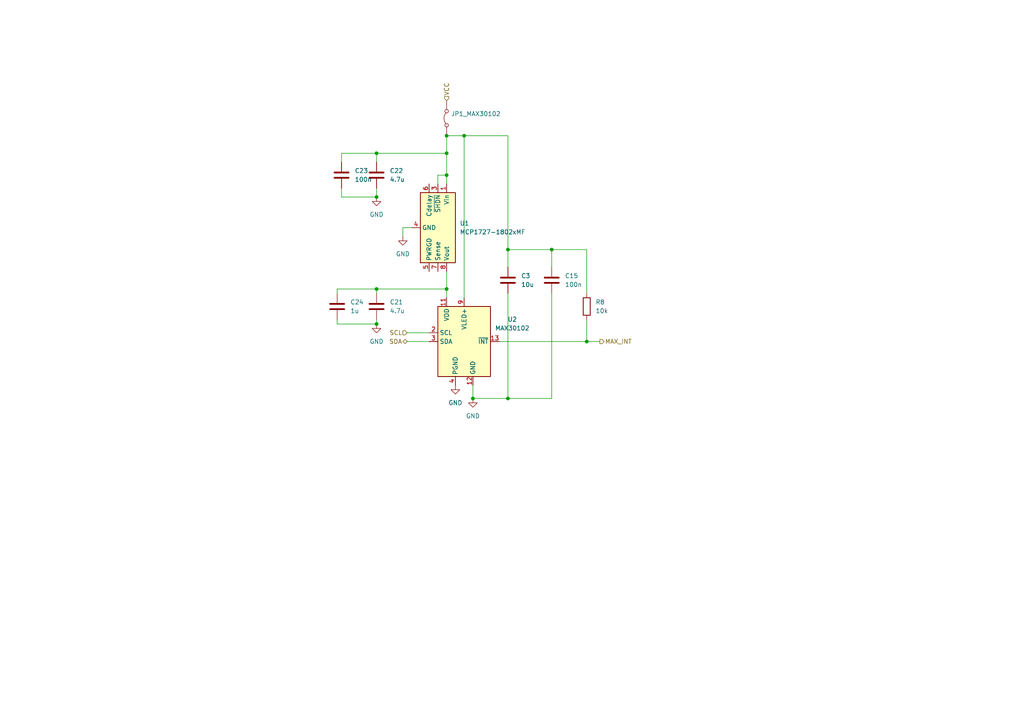
<source format=kicad_sch>
(kicad_sch (version 20250114) (generator "eeschema") (generator_version "9.0")
  (paper "A4")
  (lib_symbols
    (symbol "Device:C" (pin_numbers (hide yes)) (pin_names (offset 0.254))
      (property "Reference" "C" (at 0.635 2.54 0))
      (property "Value" "C" (at 0.635 -2.54 0))
      (symbol "C_0_1"
        (polyline (pts (xy -2.032 0.762) (xy 2.032 0.762)) (stroke (width 0.508)))
        (polyline (pts (xy -2.032 -0.762) (xy 2.032 -0.762)) (stroke (width 0.508)))
      )
      (symbol "C_1_1"
        (pin passive line (at 0 3.81 270) (length 2.794) (name "~") (number "1"))
        (pin passive line (at 0 -3.81 90) (length 2.794) (name "~") (number "2"))
      )
    )
    (symbol "Device:R" (pin_numbers (hide yes)) (pin_names (offset 0))
      (property "Reference" "R" (at 2.032 0 90))
      (property "Value" "R" (at 0 0 90))
      (symbol "R_0_1"
        (rectangle (start -1.016 -2.54) (end 1.016 2.54) (stroke (width 0.254)))
      )
      (symbol "R_1_1"
        (pin passive line (at 0 3.81 270) (length 1.27) (name "~") (number "1"))
        (pin passive line (at 0 -3.81 90) (length 1.27) (name "~") (number "2"))
      )
    )
    (symbol "Jumper:Jumper_2_Bridged" (pin_numbers (hide yes)) (pin_names (offset 0) (hide yes))
      (property "Reference" "JP" (at 0 1.905 0))
      (property "Value" "Jumper_2_Bridged" (at 0 -2.54 0))
      (symbol "Jumper_2_Bridged_0_0"
        (circle (center -2.032 0) (radius 0.508))
        (circle (center 2.032 0) (radius 0.508))
      )
      (symbol "Jumper_2_Bridged_0_1"
        (arc (start -1.524 0.254) (mid 0 0.762) (end 1.524 0.254))
      )
      (symbol "Jumper_2_Bridged_1_1"
        (pin passive line (at -5.08 0 0) (length 2.54) (name "A") (number "1"))
        (pin passive line (at 5.08 0 180) (length 2.54) (name "B") (number "2"))
      )
    )
    (symbol "Regulator_Linear:MCP1727-1802xMF"
      (property "Reference" "U" (at -7.62 8.89 0))
      (property "Value" "MCP1727-1802xMF" (at 11.43 8.89 0))
      (symbol "MCP1727-1802xMF_0_0"
        (pin input line (at -12.7 -2.54 0) (length 2.54) (name "Cdelay") (number "6"))
        (pin power_out line (at 12.7 2.54 180) (length 2.54) (name "Vout") (number "8"))
        (pin input line (at 12.7 0 180) (length 2.54) (name "Sense") (number "7"))
        (pin open_collector line (at 12.7 -2.54 180) (length 2.54) (name "PWRGD") (number "5"))
      )
      (symbol "MCP1727-1802xMF_0_1"
        (rectangle (start -10.16 5.08) (end 10.16 -5.08) (stroke (width 0.254)) (fill (type background)))
      )
      (symbol "MCP1727-1802xMF_1_1"
        (pin power_in line (at -12.7 2.54 0) (length 2.54) (name "Vin") (number "1"))
        (pin passive line (at -12.7 2.54 0) (length 2.54) (hide yes) (name "Vin") (number "2"))
        (pin input line (at -12.7 0 0) (length 2.54) (name "~{SHDN}") (number "3"))
        (pin power_in line (at 0 -7.62 90) (length 2.54) (name "GND") (number "4"))
        (pin passive line (at 0 -7.62 90) (length 2.54) (hide yes) (name "GND") (number "9"))
      )
    )
    (symbol "Sensor:MAX30102"
      (property "Reference" "U" (at 7.62 15.24 0))
      (property "Value" "MAX30102" (at 7.62 12.7 0))
      (symbol "MAX30102_0_1"
        (rectangle (start -7.62 10.16) (end 7.62 -10.16) (stroke (width 0.254)) (fill (type background)))
      )
      (symbol "MAX30102_1_1"
        (pin input line (at -10.16 2.54 0) (length 2.54) (name "SCL") (number "2"))
        (pin bidirectional line (at -10.16 0 0) (length 2.54) (name "SDA") (number "3"))
        (pin no_connect line (at -7.62 5.08 0) (length 2.54) (hide yes) (name "NC") (number "1"))
        (pin no_connect line (at -7.62 -2.54 0) (length 2.54) (hide yes) (name "NC") (number "7"))
        (pin power_in line (at -5.08 12.7 270) (length 2.54) (name "VDD") (number "11"))
        (pin power_in line (at -2.54 -12.7 90) (length 2.54) (name "PGND") (number "4"))
        (pin passive line (at 0 12.7 270) (length 2.54) (hide yes) (name "VLED+") (number "10"))
        (pin power_in line (at 0 12.7 270) (length 2.54) (name "VLED+") (number "9"))
        (pin power_in line (at 2.54 -12.7 90) (length 2.54) (name "GND") (number "12"))
        (pin no_connect line (at 7.62 5.08 180) (length 2.54) (hide yes) (name "NC") (number "8"))
        (pin no_connect line (at 7.62 2.54 180) (length 2.54) (hide yes) (name "NC") (number "14"))
        (pin no_connect line (at 7.62 -5.08 180) (length 2.54) (hide yes) (name "NC") (number "6"))
        (pin no_connect line (at 7.62 -7.62 180) (length 2.54) (hide yes) (name "NC") (number "5"))
        (pin output line (at 10.16 0 180) (length 2.54) (name "~{INT}") (number "13"))
      )
    )
    (symbol "power:GND" (power) (pin_numbers (hide yes)) (pin_names (offset 0) (hide yes))
      (property "Value" "GND" (at 0 -3.81 0))
      (symbol "GND_0_1"
        (polyline (pts (xy 0 0) (xy 0 -1.27) (xy 1.27 -1.27) (xy 0 -2.54) (xy -1.27 -1.27) (xy 0 -1.27)))
      )
      (symbol "GND_1_1"
        (pin power_in line (at 0 0 270) (length 0) (name "~") (number "1"))
      )
    )
  )
  (junction (at 137.16 115.57))
  (junction (at 109.22 57.15))
  (junction (at 129.54 39.37))
  (junction (at 147.32 72.39))
  (junction (at 129.54 44.45))
  (junction (at 147.32 115.57))
  (junction (at 109.22 83.82))
  (junction (at 129.54 83.82))
  (junction (at 109.22 44.45))
  (junction (at 170.18 99.06))
  (junction (at 160.02 72.39))
  (junction (at 134.62 39.37))
  (junction (at 109.22 93.98))
  (junction (at 129.54 50.8))
  (wire (pts (xy 109.22 44.45) (xy 129.54 44.45)))
  (wire (pts (xy 109.22 44.45) (xy 109.22 46.99)))
  (wire (pts (xy 97.79 85.09) (xy 97.79 83.82)))
  (wire (pts (xy 144.78 99.06) (xy 170.18 99.06)))
  (wire (pts (xy 170.18 72.39) (xy 170.18 85.09)))
  (wire (pts (xy 109.22 83.82) (xy 129.54 83.82)))
  (wire (pts (xy 170.18 72.39) (xy 160.02 72.39)))
  (wire (pts (xy 147.32 72.39) (xy 160.02 72.39)))
  (wire (pts (xy 147.32 115.57) (xy 137.16 115.57)))
  (wire (pts (xy 116.84 68.58) (xy 116.84 66.04)))
  (wire (pts (xy 97.79 92.71) (xy 97.79 93.98)))
  (wire (pts (xy 97.79 93.98) (xy 109.22 93.98)))
  (wire (pts (xy 134.62 39.37) (xy 147.32 39.37)))
  (wire (pts (xy 99.06 54.61) (xy 99.06 57.15)))
  (wire (pts (xy 118.11 99.06) (xy 124.46 99.06)))
  (wire (pts (xy 129.54 83.82) (xy 129.54 86.36)))
  (wire (pts (xy 129.54 78.74) (xy 129.54 83.82)))
  (wire (pts (xy 129.54 50.8) (xy 129.54 53.34)))
  (wire (pts (xy 109.22 54.61) (xy 109.22 57.15)))
  (wire (pts (xy 118.11 96.52) (xy 124.46 96.52)))
  (wire (pts (xy 127 50.8) (xy 129.54 50.8)))
  (wire (pts (xy 170.18 99.06) (xy 173.99 99.06)))
  (wire (pts (xy 129.54 44.45) (xy 129.54 50.8)))
  (wire (pts (xy 129.54 39.37) (xy 134.62 39.37)))
  (wire (pts (xy 129.54 39.37) (xy 129.54 44.45)))
  (wire (pts (xy 147.32 39.37) (xy 147.32 72.39)))
  (wire (pts (xy 109.22 93.98) (xy 109.22 92.71)))
  (wire (pts (xy 160.02 85.09) (xy 160.02 115.57)))
  (wire (pts (xy 116.84 66.04) (xy 119.38 66.04)))
  (wire (pts (xy 160.02 72.39) (xy 160.02 77.47)))
  (wire (pts (xy 127 53.34) (xy 127 50.8)))
  (wire (pts (xy 134.62 39.37) (xy 134.62 86.36)))
  (wire (pts (xy 147.32 85.09) (xy 147.32 115.57)))
  (wire (pts (xy 99.06 44.45) (xy 109.22 44.45)))
  (wire (pts (xy 170.18 92.71) (xy 170.18 99.06)))
  (wire (pts (xy 160.02 115.57) (xy 147.32 115.57)))
  (wire (pts (xy 97.79 83.82) (xy 109.22 83.82)))
  (wire (pts (xy 137.16 115.57) (xy 137.16 111.76)))
  (wire (pts (xy 99.06 46.99) (xy 99.06 44.45)))
  (wire (pts (xy 147.32 72.39) (xy 147.32 77.47)))
  (wire (pts (xy 99.06 57.15) (xy 109.22 57.15)))
  (wire (pts (xy 109.22 85.09) (xy 109.22 83.82)))
  (hierarchical_label "MAX_INT" (shape output) (at 173.99 99.06 0))
  (hierarchical_label "SDA" (shape bidirectional) (at 118.11 99.06 180))
  (hierarchical_label "SCL" (shape input) (at 118.11 96.52 180))
  (hierarchical_label "VCC" (shape input) (at 129.54 29.21 90))
  (symbol (lib_id "power:GND") (at 132.08 111.76 0) (unit 1)
    (property "Reference" "#PWR013" (effects (hide yes)))
    (property "Value" "GND" (at 132.08 116.84 0))
    (property "Description" "Power symbol creates a global label with name \"GND\" , ground" (effects (hide yes)))
  )
  (symbol (lib_id "Jumper:Jumper_2_Bridged") (at 129.54 34.29 90) (unit 1)
    (property "Reference" "JP1_MAX30102" (at 130.81 33.0199 90) (effects (justify right)))
    (property "Value" "Jumper_2_Bridged" (effects (hide yes)))
    (property "Footprint" "Connector_PinHeader_1.00mm:PinHeader_1x02_P1.00mm_Vertical" (effects (hide yes)))
    (property "Description" "Jumper, 2-pole, closed/bridged" (effects (hide yes)))
  )
  (symbol (lib_id "Device:C") (at 99.06 50.8 0) (unit 1)
    (property "Reference" "C23" (at 102.87 49.5299 0) (effects (justify left)))
    (property "Value" "100n" (at 102.87 52.0699 0) (effects (justify left)))
    (property "Footprint" "Capacitor_SMD:C_0603_1608Metric_Pad1.08x0.95mm_HandSolder" (effects (hide yes)))
    (property "Description" "Unpolarized capacitor" (effects (hide yes)))
  )
  (symbol (lib_id "power:GND") (at 109.22 57.15 0) (unit 1)
    (property "Reference" "#PWR017" (effects (hide yes)))
    (property "Value" "GND" (at 109.22 62.23 0))
    (property "Description" "Power symbol creates a global label with name \"GND\" , ground" (effects (hide yes)))
  )
  (symbol (lib_id "Regulator_Linear:MCP1727-1802xMF") (at 127 66.04 270) (unit 1)
    (property "Reference" "U1" (at 133.35 64.7699 90) (effects (justify left)))
    (property "Value" "MCP1727-1802xMF" (at 133.35 67.3099 90) (effects (justify left)))
    (property "Footprint" "Package_DFN_QFN:DFN-8-1EP_3x3mm_P0.65mm_EP1.55x2.4mm" (effects (hide yes)))
    (property "Datasheet" "https://ww1.microchip.com/downloads/aemtest/APID/ProductDocuments/DataSheets/MCP1727-1.5A-Low-Voltage-Low-Quiescent-Current-LDO-Regulator-20001999D.pdf" (effects (hide yes)))
    (property "Description" "1.5A, Low Voltage, Low Quiescent Current LDO Regulator, 2.3 - 6V Input, Fixed 1.8V Output, 330mV Dropout, DFN-8" (effects (hide yes)))
  )
  (symbol (lib_id "Device:C") (at 160.02 81.28 0) (unit 1)
    (property "Reference" "C15" (at 163.83 80.0099 0) (effects (justify left)))
    (property "Value" "100n" (at 163.83 82.5499 0) (effects (justify left)))
    (property "Footprint" "Capacitor_SMD:C_0603_1608Metric_Pad1.08x0.95mm_HandSolder" (effects (hide yes)))
    (property "Description" "Unpolarized capacitor" (effects (hide yes)))
  )
  (symbol (lib_id "Sensor:MAX30102") (at 134.62 99.06 0) (unit 1)
    (property "Reference" "U2" (at 148.59 92.6398 0))
    (property "Value" "MAX30102" (at 148.59 95.1798 0))
    (property "Footprint" "OptoDevice:Maxim_OLGA-14_3.3x5.6mm_P0.8mm" (effects (hide yes)))
    (property "Datasheet" "https://datasheets.maximintegrated.com/en/ds/MAX30102.pdf" (effects (hide yes)))
    (property "Description" "Heart Rate Sensor, 14-OLGA" (effects (hide yes)))
  )
  (symbol (lib_id "Device:C") (at 147.32 81.28 0) (unit 1)
    (property "Reference" "C3" (at 151.13 80.0099 0) (effects (justify left)))
    (property "Value" "10u" (at 151.13 82.5499 0) (effects (justify left)))
    (property "Footprint" "Capacitor_SMD:C_0603_1608Metric_Pad1.08x0.95mm_HandSolder" (effects (hide yes)))
    (property "Description" "Unpolarized capacitor" (effects (hide yes)))
  )
  (symbol (lib_id "Device:C") (at 109.22 50.8 0) (unit 1)
    (property "Reference" "C22" (at 113.03 49.5299 0) (effects (justify left)))
    (property "Value" "4.7u" (at 113.03 52.0699 0) (effects (justify left)))
    (property "Footprint" "Capacitor_SMD:C_0603_1608Metric_Pad1.08x0.95mm_HandSolder" (effects (hide yes)))
    (property "Description" "Unpolarized capacitor" (effects (hide yes)))
  )
  (symbol (lib_id "power:GND") (at 109.22 93.98 0) (unit 1)
    (property "Reference" "#PWR04" (effects (hide yes)))
    (property "Value" "GND" (at 109.22 99.06 0))
    (property "Description" "Power symbol creates a global label with name \"GND\" , ground" (effects (hide yes)))
  )
  (symbol (lib_id "power:GND") (at 137.16 115.57 0) (unit 1)
    (property "Reference" "#PWR012" (effects (hide yes)))
    (property "Value" "GND" (at 137.16 120.65 0))
    (property "Description" "Power symbol creates a global label with name \"GND\" , ground" (effects (hide yes)))
  )
  (symbol (lib_id "power:GND") (at 116.84 68.58 0) (unit 1)
    (property "Reference" "#PWR018" (effects (hide yes)))
    (property "Value" "GND" (at 116.84 73.66 0))
    (property "Description" "Power symbol creates a global label with name \"GND\" , ground" (effects (hide yes)))
  )
  (symbol (lib_id "Device:C") (at 109.22 88.9 0) (unit 1)
    (property "Reference" "C21" (at 113.03 87.6299 0) (effects (justify left)))
    (property "Value" "4.7u" (at 113.03 90.1699 0) (effects (justify left)))
    (property "Footprint" "Capacitor_SMD:C_0603_1608Metric_Pad1.08x0.95mm_HandSolder" (effects (hide yes)))
    (property "Description" "Unpolarized capacitor" (effects (hide yes)))
  )
  (symbol (lib_id "Device:C") (at 97.79 88.9 0) (unit 1)
    (property "Reference" "C24" (at 101.6 87.6299 0) (effects (justify left)))
    (property "Value" "1u" (at 101.6 90.1699 0) (effects (justify left)))
    (property "Footprint" "Capacitor_SMD:C_0603_1608Metric_Pad1.08x0.95mm_HandSolder" (effects (hide yes)))
    (property "Description" "Unpolarized capacitor" (effects (hide yes)))
  )
  (symbol (lib_id "Device:R") (at 170.18 88.9 0) (unit 1)
    (property "Reference" "R8" (at 172.72 87.6299 0) (effects (justify left)))
    (property "Value" "10k" (at 172.72 90.1699 0) (effects (justify left)))
    (property "Footprint" "Resistor_SMD:R_0603_1608Metric_Pad0.98x0.95mm_HandSolder" (effects (hide yes)))
    (property "Description" "Resistor" (effects (hide yes)))
  )
)
</source>
